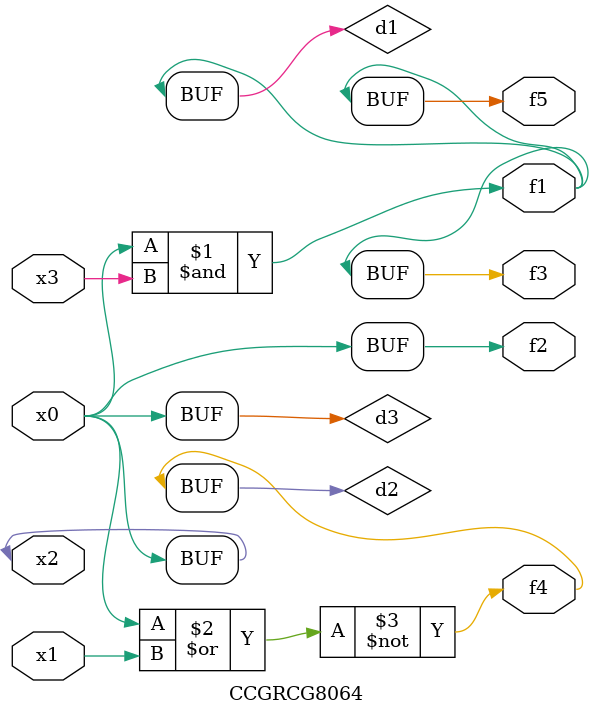
<source format=v>
module CCGRCG8064(
	input x0, x1, x2, x3,
	output f1, f2, f3, f4, f5
);

	wire d1, d2, d3;

	and (d1, x2, x3);
	nor (d2, x0, x1);
	buf (d3, x0, x2);
	assign f1 = d1;
	assign f2 = d3;
	assign f3 = d1;
	assign f4 = d2;
	assign f5 = d1;
endmodule

</source>
